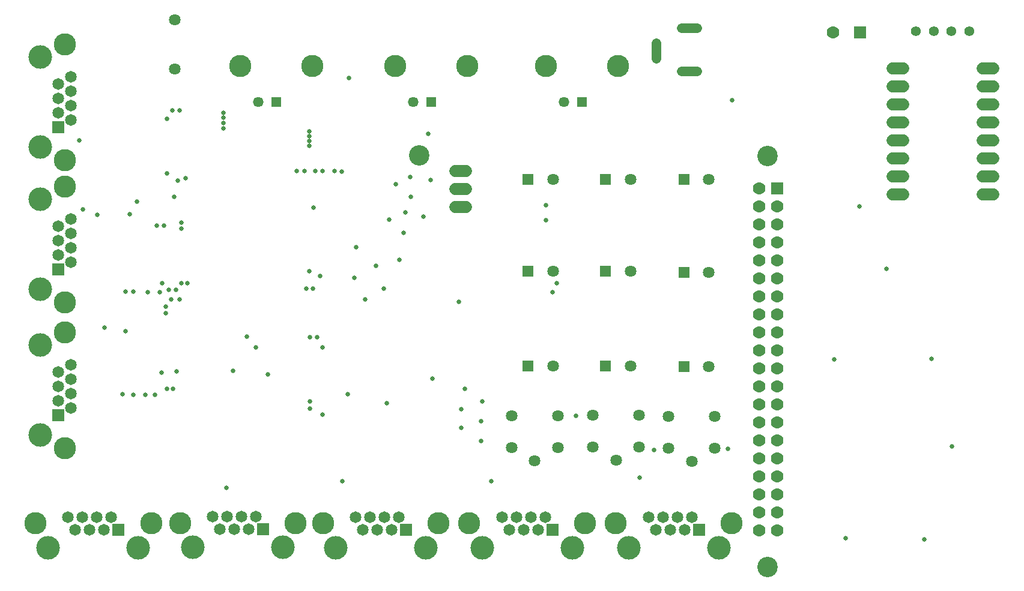
<source format=gbr>
G04 EAGLE Gerber RS-274X export*
G75*
%MOMM*%
%FSLAX34Y34*%
%LPD*%
%INSoldermask Bottom*%
%IPPOS*%
%AMOC8*
5,1,8,0,0,1.08239X$1,22.5*%
G01*
G04 Define Apertures*
%ADD10C,2.877000*%
%ADD11C,1.627000*%
%ADD12R,1.627000X1.627000*%
%ADD13C,1.651000*%
%ADD14R,1.462000X1.462000*%
%ADD15C,1.462000*%
%ADD16C,3.127000*%
%ADD17C,1.651000*%
%ADD18R,1.651000X1.651000*%
%ADD19C,3.327000*%
%ADD20C,1.327000*%
%ADD21C,1.387000*%
%ADD22R,1.777000X1.777000*%
%ADD23C,1.777000*%
%ADD24C,0.652000*%
D10*
X1085850Y44450D03*
X594850Y624770D03*
X1085850Y624450D03*
D11*
X249960Y816410D03*
X249960Y746410D03*
D12*
X967990Y326740D03*
D11*
X1002990Y326740D03*
D13*
X1389150Y569490D02*
X1404390Y569490D01*
X1404390Y594890D02*
X1389150Y594890D01*
X1389150Y620290D02*
X1404390Y620290D01*
X1404390Y645690D02*
X1389150Y645690D01*
X1389150Y671090D02*
X1404390Y671090D01*
X1404390Y696490D02*
X1389150Y696490D01*
X1389150Y721890D02*
X1404390Y721890D01*
X1404390Y747290D02*
X1389150Y747290D01*
X1277390Y569490D02*
X1262150Y569490D01*
X1262150Y594890D02*
X1277390Y594890D01*
X1277390Y620290D02*
X1262150Y620290D01*
X1262150Y645690D02*
X1277390Y645690D01*
X1277390Y671090D02*
X1262150Y671090D01*
X1262150Y696490D02*
X1277390Y696490D01*
X1277390Y721890D02*
X1262150Y721890D01*
X1262150Y747290D02*
X1277390Y747290D01*
D14*
X393470Y700300D03*
D15*
X368070Y700300D03*
D16*
X444270Y751100D03*
X342670Y751100D03*
D14*
X824000Y700300D03*
D15*
X798600Y700300D03*
D16*
X874800Y751100D03*
X773200Y751100D03*
D17*
X917680Y114070D03*
X938000Y114070D03*
X958320Y114070D03*
X978640Y114070D03*
X927840Y96290D03*
X948160Y96290D03*
X968480Y96290D03*
D18*
X988800Y96290D03*
D19*
X889740Y70890D03*
X1016740Y70890D03*
D16*
X1034740Y105480D03*
X871740Y105480D03*
D17*
X711171Y114571D03*
X731491Y114571D03*
X751811Y114571D03*
X772131Y114571D03*
X721331Y96791D03*
X741651Y96791D03*
X761971Y96791D03*
D18*
X782291Y96791D03*
D19*
X683231Y71391D03*
X810231Y71391D03*
D16*
X828231Y105981D03*
X665231Y105981D03*
D17*
X504930Y114070D03*
X525250Y114070D03*
X545570Y114070D03*
X565890Y114070D03*
X515090Y96290D03*
X535410Y96290D03*
X555730Y96290D03*
D18*
X576050Y96290D03*
D19*
X476990Y70890D03*
X603990Y70890D03*
D16*
X621990Y105480D03*
X458990Y105480D03*
D17*
X303271Y114801D03*
X323591Y114801D03*
X343911Y114801D03*
X364231Y114801D03*
X313431Y97021D03*
X333751Y97021D03*
X354071Y97021D03*
D18*
X374391Y97021D03*
D19*
X275331Y71621D03*
X402331Y71621D03*
D16*
X420331Y106211D03*
X257331Y106211D03*
D17*
X99645Y114375D03*
X119965Y114375D03*
X140285Y114375D03*
X160605Y114375D03*
X109805Y96595D03*
X130125Y96595D03*
X150445Y96595D03*
D18*
X170765Y96595D03*
D19*
X71705Y71195D03*
X198705Y71195D03*
D16*
X216705Y105785D03*
X53705Y105785D03*
D17*
X103400Y329160D03*
X103400Y308840D03*
X103400Y288520D03*
X103400Y268200D03*
X85620Y319000D03*
X85620Y298680D03*
X85620Y278360D03*
D18*
X85620Y258040D03*
D19*
X60220Y357100D03*
X60220Y230100D03*
D16*
X94810Y212100D03*
X94810Y375100D03*
D17*
X103400Y534900D03*
X103400Y514580D03*
X103400Y494260D03*
X103400Y473940D03*
X85620Y524740D03*
X85620Y504420D03*
X85620Y484100D03*
D18*
X85620Y463780D03*
D19*
X60220Y562840D03*
X60220Y435840D03*
D16*
X94810Y417840D03*
X94810Y580840D03*
D17*
X103400Y735560D03*
X103400Y715240D03*
X103400Y694920D03*
X103400Y674600D03*
X85620Y725400D03*
X85620Y705080D03*
X85620Y684760D03*
D18*
X85620Y664440D03*
D19*
X60220Y763500D03*
X60220Y636500D03*
D16*
X94810Y618500D03*
X94810Y781500D03*
D20*
X964410Y804370D02*
X986410Y804370D01*
X929410Y782870D02*
X929410Y760870D01*
X964410Y743370D02*
X986410Y743370D01*
D21*
X1294870Y799870D03*
X1319870Y799870D03*
X1344870Y799870D03*
X1369870Y799870D03*
D12*
X857500Y328010D03*
D11*
X892500Y328010D03*
D12*
X748280Y328010D03*
D11*
X783280Y328010D03*
D12*
X967990Y460090D03*
D11*
X1002990Y460090D03*
D12*
X857500Y461360D03*
D11*
X892500Y461360D03*
D12*
X748280Y461360D03*
D11*
X783280Y461360D03*
D12*
X967990Y590900D03*
D11*
X1002990Y590900D03*
D12*
X857500Y590900D03*
D11*
X892500Y590900D03*
D12*
X748280Y590900D03*
D11*
X783280Y590900D03*
D14*
X611910Y700300D03*
D15*
X586510Y700300D03*
D16*
X662710Y751100D03*
X561110Y751100D03*
D22*
X1216430Y798090D03*
D23*
X1178330Y798090D03*
D22*
X1099550Y578230D03*
D23*
X1074150Y578230D03*
X1099550Y552830D03*
X1074150Y552830D03*
X1099550Y527430D03*
X1074150Y527430D03*
X1099550Y502030D03*
X1074150Y502030D03*
X1099550Y476630D03*
X1074150Y476630D03*
X1099550Y451230D03*
X1074150Y451230D03*
X1099550Y425830D03*
X1074150Y425830D03*
X1099550Y400430D03*
X1074150Y400430D03*
X1099550Y375030D03*
X1074150Y375030D03*
X1099550Y349630D03*
X1074150Y349630D03*
X1099550Y324230D03*
X1074150Y324230D03*
X1099550Y298830D03*
X1074150Y298830D03*
X1099550Y273430D03*
X1074150Y273430D03*
X1099550Y248030D03*
X1074150Y248030D03*
X1099550Y222630D03*
X1074150Y222630D03*
X1099550Y197230D03*
X1074150Y197230D03*
X1099550Y171830D03*
X1074150Y171830D03*
X1099550Y146430D03*
X1074150Y146430D03*
X1099550Y121030D03*
X1074150Y121030D03*
X1099550Y95630D03*
X1074150Y95630D03*
D13*
X660630Y552120D02*
X645390Y552120D01*
X645390Y577520D02*
X660630Y577520D01*
X660630Y602920D02*
X645390Y602920D01*
D11*
X946460Y256986D03*
X1011460Y256986D03*
X1011460Y211986D03*
X946460Y211986D03*
X978960Y193486D03*
X839780Y258390D03*
X904780Y258390D03*
X904780Y213390D03*
X839780Y213390D03*
X872280Y194890D03*
X724940Y257390D03*
X789940Y257390D03*
X789940Y212390D03*
X724940Y212390D03*
X757440Y193890D03*
D24*
X1036090Y702840D03*
X1215160Y552980D03*
X1030280Y210670D03*
X1306600Y83080D03*
X1196110Y84350D03*
X650340Y418280D03*
X1345970Y213890D03*
X926140Y209400D03*
X1179830Y336880D03*
X1253490Y465150D03*
X1316990Y337820D03*
X815340Y257810D03*
X654050Y266700D03*
X659130Y295910D03*
X248920Y566420D03*
X196850Y560070D03*
X440690Y368300D03*
X450850Y368300D03*
X245110Y421640D03*
X256540Y421640D03*
X654050Y240877D03*
X421640Y603250D03*
X448310Y603250D03*
X474980Y603250D03*
X176530Y288290D03*
X191770Y287020D03*
X208280Y287020D03*
X222250Y287020D03*
X238760Y295910D03*
X247650Y295910D03*
X351790Y369570D03*
X231140Y318770D03*
X180340Y433070D03*
X191770Y433070D03*
X212090Y431800D03*
X228600Y431800D03*
X238760Y599440D03*
X259191Y521970D03*
X234950Y525780D03*
X256540Y688340D03*
X238760Y676910D03*
X241300Y435610D03*
X254000Y589280D03*
X259080Y444500D03*
X440690Y278130D03*
X440690Y267970D03*
X494030Y288290D03*
X444500Y436880D03*
X435610Y436880D03*
X439420Y461351D03*
X495300Y734060D03*
X575310Y544596D03*
X572770Y515620D03*
X581660Y594656D03*
X582930Y566420D03*
X607060Y655320D03*
X332470Y321310D03*
X613410Y309880D03*
X237166Y402266D03*
X180340Y377190D03*
X485140Y601980D03*
X683260Y278130D03*
X681990Y250190D03*
X681990Y222250D03*
X237211Y411201D03*
X458470Y603250D03*
X433070Y603250D03*
X252413Y320357D03*
X246380Y688340D03*
X186690Y542290D03*
X251460Y435610D03*
X458470Y259080D03*
X552450Y534670D03*
X561340Y584200D03*
X458470Y354330D03*
X445770Y551180D03*
X548640Y275590D03*
X544830Y436880D03*
X454553Y454660D03*
X566950Y477814D03*
X150614Y382270D03*
X120650Y548640D03*
X905510Y170180D03*
X439453Y638777D03*
X439420Y658370D03*
X322580Y156210D03*
X695960Y165100D03*
X439453Y645297D03*
X318770Y662940D03*
X486410Y165100D03*
X439453Y651817D03*
X318770Y670560D03*
X318803Y684733D03*
X318770Y678180D03*
X773430Y533400D03*
X773430Y554990D03*
X610870Y590550D03*
X505460Y495300D03*
X502920Y452120D03*
X600710Y538480D03*
X364490Y354330D03*
X518160Y421640D03*
X533646Y468876D03*
X381000Y316230D03*
X267632Y444429D03*
X232410Y444500D03*
X259191Y529695D03*
X224790Y525780D03*
X265057Y592315D03*
X140970Y541020D03*
X115570Y646007D03*
X788670Y444500D03*
X782320Y431800D03*
M02*

</source>
